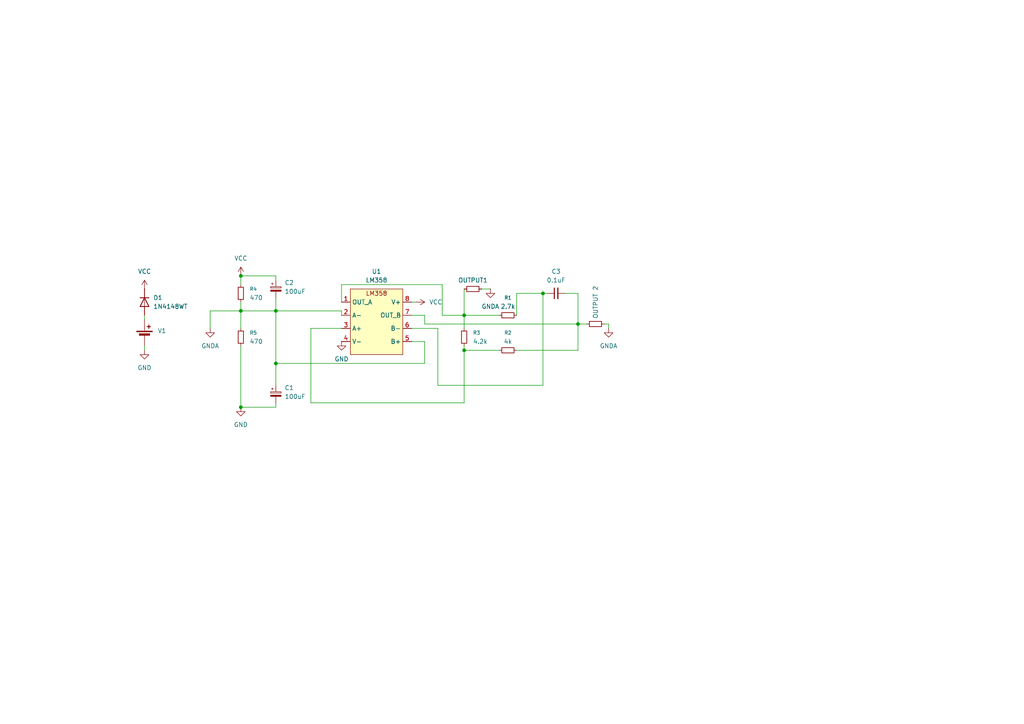
<source format=kicad_sch>
(kicad_sch (version 20250114) (generator "eeschema") (generator_version "9.0")
  (paper "A4")
  (lib_symbols
    (symbol "Device:Battery_Cell" (pin_numbers (hide yes)) (pin_names (offset 0) (hide yes))
      (property "Reference" "BT" (at 2.54 2.54 0))
      (property "Value" "Battery_Cell" (at 2.54 0 0))
      (symbol "Battery_Cell_0_1"
        (rectangle (start -2.286 1.778) (end 2.286 1.524) (fill (type outline)))
        (rectangle (start -1.524 1.016) (end 1.524 0.508) (fill (type outline)))
        (polyline (pts (xy 0 1.778) (xy 0 2.54)))
        (polyline (pts (xy 0 0.762) (xy 0 0)))
        (polyline (pts (xy 0.762 3.048) (xy 1.778 3.048)) (stroke (width 0.254)))
        (polyline (pts (xy 1.27 3.556) (xy 1.27 2.54)) (stroke (width 0.254)))
      )
      (symbol "Battery_Cell_1_1"
        (pin passive line (at 0 5.08 270) (length 2.54) (name "+") (number "1"))
        (pin passive line (at 0 -2.54 90) (length 2.54) (name "-") (number "2"))
      )
    )
    (symbol "Device:C_Polarized_Small" (pin_numbers (hide yes)) (pin_names (offset 0.254) (hide yes))
      (property "Reference" "C" (at 0.254 1.778 0))
      (property "Value" "C_Polarized_Small" (at 0.254 -2.032 0))
      (symbol "C_Polarized_Small_0_1"
        (rectangle (start -1.524 0.6858) (end 1.524 0.3048))
        (rectangle (start -1.524 -0.3048) (end 1.524 -0.6858) (fill (type outline)))
        (polyline (pts (xy -1.27 1.524) (xy -0.762 1.524)))
        (polyline (pts (xy -1.016 1.27) (xy -1.016 1.778)))
      )
      (symbol "C_Polarized_Small_1_1"
        (pin passive line (at 0 2.54 270) (length 1.8542) (name "~") (number "1"))
        (pin passive line (at 0 -2.54 90) (length 1.8542) (name "~") (number "2"))
      )
    )
    (symbol "Device:C_Small" (pin_numbers (hide yes)) (pin_names (offset 0.254) (hide yes))
      (property "Reference" "C" (at 0.254 1.778 0))
      (property "Value" "C_Small" (at 0.254 -2.032 0))
      (symbol "C_Small_0_1"
        (polyline (pts (xy -1.524 0.508) (xy 1.524 0.508)) (stroke (width 0.3048)))
        (polyline (pts (xy -1.524 -0.508) (xy 1.524 -0.508)) (stroke (width 0.3302)))
      )
      (symbol "C_Small_1_1"
        (pin passive line (at 0 2.54 270) (length 2.032) (name "~") (number "1"))
        (pin passive line (at 0 -2.54 90) (length 2.032) (name "~") (number "2"))
      )
    )
    (symbol "Device:R_Small" (pin_numbers (hide yes)) (pin_names (offset 0.254) (hide yes))
      (property "Reference" "R" (at 0 0 90))
      (property "Value" "R_Small" (at 1.778 0 90))
      (symbol "R_Small_0_1"
        (rectangle (start -0.762 1.778) (end 0.762 -1.778) (stroke (width 0.2032)))
      )
      (symbol "R_Small_1_1"
        (pin passive line (at 0 2.54 270) (length 0.762) (name "~") (number "1"))
        (pin passive line (at 0 -2.54 90) (length 0.762) (name "~") (number "2"))
      )
    )
    (symbol "Diode:1N4148WT" (pin_numbers (hide yes)) (pin_names (hide yes))
      (property "Reference" "D" (at 0 2.54 0))
      (property "Value" "1N4148WT" (at 0 -2.54 0))
      (symbol "1N4148WT_0_1"
        (polyline (pts (xy -1.27 1.27) (xy -1.27 -1.27)) (stroke (width 0.254)))
        (polyline (pts (xy 1.27 1.27) (xy 1.27 -1.27) (xy -1.27 0) (xy 1.27 1.27)) (stroke (width 0.254)))
        (polyline (pts (xy 1.27 0) (xy -1.27 0)))
      )
      (symbol "1N4148WT_1_1"
        (pin passive line (at -3.81 0 0) (length 2.54) (name "K") (number "1"))
        (pin passive line (at 3.81 0 180) (length 2.54) (name "A") (number "2"))
      )
    )
    (symbol "Moje_symbole:LM358_8PIN"
      (property "Reference" "U" (at 0 10.414 0))
      (symbol "LM358_8PIN_1_1"
        (rectangle (start -7.62 8.89) (end 7.62 -10.16) (fill (type background)))
        (text "LM358" (at 0 7.62 0) (effects (font (size 1.27 1.27))))
        (pin output line (at -10.16 5.08 0) (length 2.54) (name "OUT_A") (number "1"))
        (pin input line (at -10.16 1.27 0) (length 2.54) (name "A-") (number "2"))
        (pin input line (at -10.16 -2.54 0) (length 2.54) (name "A+") (number "3"))
        (pin input line (at -10.16 -6.35 0) (length 2.54) (name "V-") (number "4"))
        (pin input line (at 10.16 5.08 180) (length 2.54) (name "V+") (number "8"))
        (pin output line (at 10.16 1.27 180) (length 2.54) (name "OUT_B") (number "7"))
        (pin input line (at 10.16 -2.54 180) (length 2.54) (name "B-") (number "6"))
        (pin input line (at 10.16 -6.35 180) (length 2.54) (name "B+") (number "5"))
      )
    )
    (symbol "power:GND" (power) (pin_numbers (hide yes)) (pin_names (offset 0) (hide yes))
      (property "Value" "GND" (at 0 -3.81 0))
      (symbol "GND_0_1"
        (polyline (pts (xy 0 0) (xy 0 -1.27) (xy 1.27 -1.27) (xy 0 -2.54) (xy -1.27 -1.27) (xy 0 -1.27)))
      )
      (symbol "GND_1_1"
        (pin power_in line (at 0 0 270) (length 0) (name "~") (number "1"))
      )
    )
    (symbol "power:GNDA" (power) (pin_numbers (hide yes)) (pin_names (offset 0) (hide yes))
      (property "Value" "GNDA" (at 0 -3.81 0))
      (symbol "GNDA_0_1"
        (polyline (pts (xy 0 0) (xy 0 -1.27) (xy 1.27 -1.27) (xy 0 -2.54) (xy -1.27 -1.27) (xy 0 -1.27)))
      )
      (symbol "GNDA_1_1"
        (pin power_in line (at 0 0 270) (length 0) (name "~") (number "1"))
      )
    )
    (symbol "power:VCC" (power) (pin_numbers (hide yes)) (pin_names (offset 0) (hide yes))
      (property "Value" "VCC" (at 0 3.556 0))
      (symbol "VCC_0_1"
        (polyline (pts (xy -0.762 1.27) (xy 0 2.54)))
        (polyline (pts (xy 0 2.54) (xy 0.762 1.27)))
        (polyline (pts (xy 0 0) (xy 0 2.54)))
      )
      (symbol "VCC_1_1"
        (pin power_in line (at 0 0 90) (length 0) (name "~") (number "1"))
      )
    )
  )
  (junction (at 69.85 90.17))
  (junction (at 80.01 105.41))
  (junction (at 69.85 80.01))
  (junction (at 134.62 101.6))
  (junction (at 167.64 93.98))
  (junction (at 80.01 90.17))
  (junction (at 134.62 91.44))
  (junction (at 157.48 85.09))
  (junction (at 69.85 118.11))
  (wire (pts (xy 127 111.76) (xy 127 95.25)))
  (wire (pts (xy 176.53 93.98) (xy 176.53 95.25)))
  (wire (pts (xy 69.85 118.11) (xy 69.85 100.33)))
  (wire (pts (xy 134.62 91.44) (xy 144.78 91.44)))
  (wire (pts (xy 134.62 91.44) (xy 134.62 95.25)))
  (wire (pts (xy 90.17 95.25) (xy 99.06 95.25)))
  (wire (pts (xy 90.17 116.84) (xy 90.17 95.25)))
  (wire (pts (xy 163.83 85.09) (xy 167.64 85.09)))
  (wire (pts (xy 80.01 90.17) (xy 80.01 105.41)))
  (wire (pts (xy 142.24 83.82) (xy 139.7 83.82)))
  (wire (pts (xy 167.64 101.6) (xy 167.64 93.98)))
  (wire (pts (xy 80.01 90.17) (xy 99.06 90.17)))
  (wire (pts (xy 69.85 87.63) (xy 69.85 90.17)))
  (wire (pts (xy 123.19 93.98) (xy 123.19 91.44)))
  (wire (pts (xy 80.01 80.01) (xy 80.01 81.28)))
  (wire (pts (xy 80.01 105.41) (xy 80.01 111.76)))
  (wire (pts (xy 123.19 99.06) (xy 119.38 99.06)))
  (wire (pts (xy 41.91 100.33) (xy 41.91 101.6)))
  (wire (pts (xy 134.62 116.84) (xy 134.62 101.6)))
  (wire (pts (xy 128.27 82.55) (xy 128.27 91.44)))
  (wire (pts (xy 69.85 80.01) (xy 69.85 82.55)))
  (wire (pts (xy 149.86 101.6) (xy 167.64 101.6)))
  (wire (pts (xy 134.62 100.33) (xy 134.62 101.6)))
  (wire (pts (xy 69.85 90.17) (xy 80.01 90.17)))
  (wire (pts (xy 123.19 105.41) (xy 123.19 99.06)))
  (wire (pts (xy 69.85 90.17) (xy 69.85 95.25)))
  (wire (pts (xy 149.86 85.09) (xy 157.48 85.09)))
  (wire (pts (xy 167.64 85.09) (xy 167.64 93.98)))
  (wire (pts (xy 123.19 91.44) (xy 119.38 91.44)))
  (wire (pts (xy 80.01 105.41) (xy 123.19 105.41)))
  (wire (pts (xy 167.64 93.98) (xy 170.18 93.98)))
  (wire (pts (xy 175.26 93.98) (xy 176.53 93.98)))
  (wire (pts (xy 41.91 91.44) (xy 41.91 92.71)))
  (wire (pts (xy 157.48 85.09) (xy 157.48 111.76)))
  (wire (pts (xy 80.01 80.01) (xy 69.85 80.01)))
  (wire (pts (xy 120.65 87.63) (xy 119.38 87.63)))
  (wire (pts (xy 90.17 116.84) (xy 134.62 116.84)))
  (wire (pts (xy 80.01 116.84) (xy 80.01 118.11)))
  (wire (pts (xy 123.19 93.98) (xy 167.64 93.98)))
  (wire (pts (xy 99.06 82.55) (xy 128.27 82.55)))
  (wire (pts (xy 158.75 85.09) (xy 157.48 85.09)))
  (wire (pts (xy 127 95.25) (xy 119.38 95.25)))
  (wire (pts (xy 128.27 91.44) (xy 134.62 91.44)))
  (wire (pts (xy 134.62 101.6) (xy 144.78 101.6)))
  (wire (pts (xy 80.01 86.36) (xy 80.01 90.17)))
  (wire (pts (xy 99.06 90.17) (xy 99.06 91.44)))
  (wire (pts (xy 134.62 83.82) (xy 134.62 91.44)))
  (wire (pts (xy 157.48 111.76) (xy 127 111.76)))
  (wire (pts (xy 149.86 85.09) (xy 149.86 91.44)))
  (wire (pts (xy 99.06 87.63) (xy 99.06 82.55)))
  (wire (pts (xy 80.01 118.11) (xy 69.85 118.11)))
  (wire (pts (xy 60.96 90.17) (xy 69.85 90.17)))
  (wire (pts (xy 60.96 95.25) (xy 60.96 90.17)))
  (symbol (lib_id "power:VCC") (at 41.91 83.82 0) (unit 1)
    (property "Reference" "#PWR05" (effects (hide yes)))
    (property "Value" "VCC" (at 41.91 78.74 0))
    (property "Description" "Power symbol creates a global label with name \"VCC\"" (effects (hide yes)))
  )
  (symbol (lib_id "Device:R_Small") (at 172.72 93.98 90) (unit 1)
    (property "Reference" "R6" (effects (hide yes)))
    (property "Value" "OUTPUT 2" (at 172.72 92.456 0) (effects (justify left)))
    (property "Footprint" "TerminalBlock_Phoenix:TerminalBlock_Phoenix_MKDS-1,5-2-5.08_1x02_P5.08mm_Horizontal" (effects (hide yes)))
    (property "Description" "Resistor, small symbol" (effects (hide yes)))
  )
  (symbol (lib_id "power:GNDA") (at 142.24 83.82 0) (unit 1)
    (property "Reference" "#PWR01" (effects (hide yes)))
    (property "Value" "GNDA" (at 142.24 88.9 0))
    (property "Description" "Power symbol creates a global label with name \"GNDA\" , analog ground" (effects (hide yes)))
  )
  (symbol (lib_id "Device:C_Polarized_Small") (at 80.01 83.82 0) (unit 1)
    (property "Reference" "C2" (at 82.55 82.0038 0) (effects (justify left)))
    (property "Value" "100uF" (at 82.55 84.5438 0) (effects (justify left)))
    (property "Footprint" "TerminalBlock_Phoenix:TerminalBlock_Phoenix_MKDS-1,5-2-5.08_1x02_P5.08mm_Horizontal" (effects (hide yes)))
    (property "Description" "Polarized capacitor, small symbol" (effects (hide yes)))
  )
  (symbol (lib_id "power:GND") (at 41.91 101.6 0) (unit 1)
    (property "Reference" "#PWR03" (effects (hide yes)))
    (property "Value" "GND" (at 41.91 106.68 0))
    (property "Description" "Power symbol creates a global label with name \"GND\" , ground" (effects (hide yes)))
  )
  (symbol (lib_id "Device:R_Small") (at 137.16 83.82 90) (unit 1)
    (property "Reference" "R7" (effects (hide yes)))
    (property "Value" "OUTPUT1" (at 137.16 81.28 90))
    (property "Footprint" "TerminalBlock_Phoenix:TerminalBlock_Phoenix_MKDS-1,5-2-5.08_1x02_P5.08mm_Horizontal" (effects (hide yes)))
    (property "Description" "Resistor, small symbol" (effects (hide yes)))
  )
  (symbol (lib_id "Diode:1N4148WT") (at 41.91 87.63 270) (unit 1)
    (property "Reference" "D1" (at 44.45 86.3599 90) (effects (justify left)))
    (property "Value" "1N4148WT" (at 44.45 88.8999 90) (effects (justify left)))
    (property "Footprint" "Diode_THT:D_5W_P12.70mm_Horizontal" (effects (hide yes)))
    (property "Datasheet" "https://www.diodes.com/assets/Datasheets/ds30396.pdf" (effects (hide yes)))
    (property "Description" "75V 0.15A Fast switching Diode, SOD-523" (effects (hide yes)))
    (property "Sim.Device" "D" (effects (hide yes)))
    (property "Sim.Pins" "1=K 2=A" (effects (hide yes)))
  )
  (symbol (lib_id "Device:R_Small") (at 69.85 85.09 0) (unit 1)
    (property "Reference" "R4" (at 72.39 83.8199 0) (effects (font (size 1.016 1.016)) (justify left)))
    (property "Value" "470" (at 72.39 86.3599 0) (effects (justify left)))
    (property "Footprint" "TerminalBlock_Phoenix:TerminalBlock_Phoenix_MKDS-1,5-2-5.08_1x02_P5.08mm_Horizontal" (effects (hide yes)))
    (property "Description" "Resistor, small symbol" (effects (hide yes)))
  )
  (symbol (lib_id "power:GNDA") (at 60.96 95.25 0) (unit 1)
    (property "Reference" "#PWR04" (effects (hide yes)))
    (property "Value" "GNDA" (at 60.96 100.33 0))
    (property "Description" "Power symbol creates a global label with name \"GNDA\" , analog ground" (effects (hide yes)))
  )
  (symbol (lib_id "Device:R_Small") (at 69.85 97.79 0) (unit 1)
    (property "Reference" "R5" (at 72.39 96.5199 0) (effects (font (size 1.016 1.016)) (justify left)))
    (property "Value" "470" (at 72.39 99.0599 0) (effects (justify left)))
    (property "Footprint" "TerminalBlock_Phoenix:TerminalBlock_Phoenix_MKDS-1,5-2-5.08_1x02_P5.08mm_Horizontal" (effects (hide yes)))
    (property "Description" "Resistor, small symbol" (effects (hide yes)))
  )
  (symbol (lib_id "power:VCC") (at 69.85 80.01 0) (unit 1)
    (property "Reference" "#PWR06" (effects (hide yes)))
    (property "Value" "VCC" (at 69.85 74.93 0))
    (property "Description" "Power symbol creates a global label with name \"VCC\"" (effects (hide yes)))
  )
  (symbol (lib_id "Moje_symbole:LM358_8PIN") (at 109.22 92.71 0) (unit 1)
    (property "Reference" "U1" (at 109.22 78.74 0))
    (property "Value" "LM358" (at 109.22 81.28 0))
    (property "Footprint" "Package_DIP:DIP-8_W7.62mm_Socket" (effects (hide yes)))
  )
  (symbol (lib_id "power:GND") (at 69.85 118.11 0) (unit 1)
    (property "Reference" "#PWR07" (effects (hide yes)))
    (property "Value" "GND" (at 69.85 123.19 0))
    (property "Description" "Power symbol creates a global label with name \"GND\" , ground" (effects (hide yes)))
  )
  (symbol (lib_id "Device:R_Small") (at 147.32 101.6 90) (unit 1)
    (property "Reference" "R2" (at 147.32 96.52 90) (effects (font (size 1.016 1.016))))
    (property "Value" "4k" (at 147.32 99.06 90))
    (property "Footprint" "TerminalBlock_Phoenix:TerminalBlock_Phoenix_MKDS-1,5-2-5.08_1x02_P5.08mm_Horizontal" (effects (hide yes)))
    (property "Description" "Resistor, small symbol" (effects (hide yes)))
  )
  (symbol (lib_id "power:GNDA") (at 176.53 95.25 0) (unit 1)
    (property "Reference" "#PWR02" (effects (hide yes)))
    (property "Value" "GNDA" (at 176.53 100.33 0))
    (property "Description" "Power symbol creates a global label with name \"GNDA\" , analog ground" (effects (hide yes)))
  )
  (symbol (lib_id "Device:R_Small") (at 147.32 91.44 270) (unit 1)
    (property "Reference" "R1" (at 147.32 86.36 90) (effects (font (size 1.016 1.016))))
    (property "Value" "2.7k" (at 147.32 88.9 90))
    (property "Footprint" "TerminalBlock_Phoenix:TerminalBlock_Phoenix_MKDS-1,5-2-5.08_1x02_P5.08mm_Horizontal" (effects (hide yes)))
    (property "Description" "Resistor, small symbol" (effects (hide yes)))
  )
  (symbol (lib_id "power:GND") (at 99.06 99.06 0) (unit 1)
    (property "Reference" "#PWR08" (effects (hide yes)))
    (property "Value" "GND" (at 99.06 104.14 0))
    (property "Description" "Power symbol creates a global label with name \"GND\" , ground" (effects (hide yes)))
  )
  (symbol (lib_id "Device:C_Polarized_Small") (at 80.01 114.3 0) (unit 1)
    (property "Reference" "C1" (at 82.55 112.4838 0) (effects (justify left)))
    (property "Value" "100uF" (at 82.55 115.0238 0) (effects (justify left)))
    (property "Footprint" "TerminalBlock_Phoenix:TerminalBlock_Phoenix_MKDS-1,5-2-5.08_1x02_P5.08mm_Horizontal" (effects (hide yes)))
    (property "Description" "Polarized capacitor, small symbol" (effects (hide yes)))
  )
  (symbol (lib_id "Device:Battery_Cell") (at 41.91 97.79 0) (unit 1)
    (property "Reference" "V1" (at 45.72 95.9484 0) (effects (justify left)))
    (property "Footprint" "TerminalBlock_Phoenix:TerminalBlock_Phoenix_MKDS-1,5-2-5.08_1x02_P5.08mm_Horizontal" (effects (hide yes)))
    (property "Description" "Single-cell battery" (effects (hide yes)))
  )
  (symbol (lib_id "power:VCC") (at 120.65 87.63 270) (unit 1)
    (property "Reference" "#PWR09" (effects (hide yes)))
    (property "Value" "VCC" (at 124.46 87.6299 90) (effects (justify left)))
    (property "Description" "Power symbol creates a global label with name \"VCC\"" (effects (hide yes)))
  )
  (symbol (lib_id "Device:C_Small") (at 161.29 85.09 90) (unit 1)
    (property "Reference" "C3" (at 161.2963 78.74 90))
    (property "Value" "0.1uF" (at 161.2963 81.28 90))
    (property "Footprint" "TerminalBlock_Phoenix:TerminalBlock_Phoenix_MKDS-1,5-2-5.08_1x02_P5.08mm_Horizontal" (effects (hide yes)))
    (property "Description" "Unpolarized capacitor, small symbol" (effects (hide yes)))
  )
  (symbol (lib_id "Device:R_Small") (at 134.62 97.79 0) (unit 1)
    (property "Reference" "R3" (at 137.16 96.5199 0) (effects (font (size 1.016 1.016)) (justify left)))
    (property "Value" "4.2k" (at 137.16 99.0599 0) (effects (justify left)))
    (property "Footprint" "TerminalBlock_Phoenix:TerminalBlock_Phoenix_MKDS-1,5-2-5.08_1x02_P5.08mm_Horizontal" (effects (hide yes)))
    (property "Description" "Resistor, small symbol" (effects (hide yes)))
  )
)
</source>
